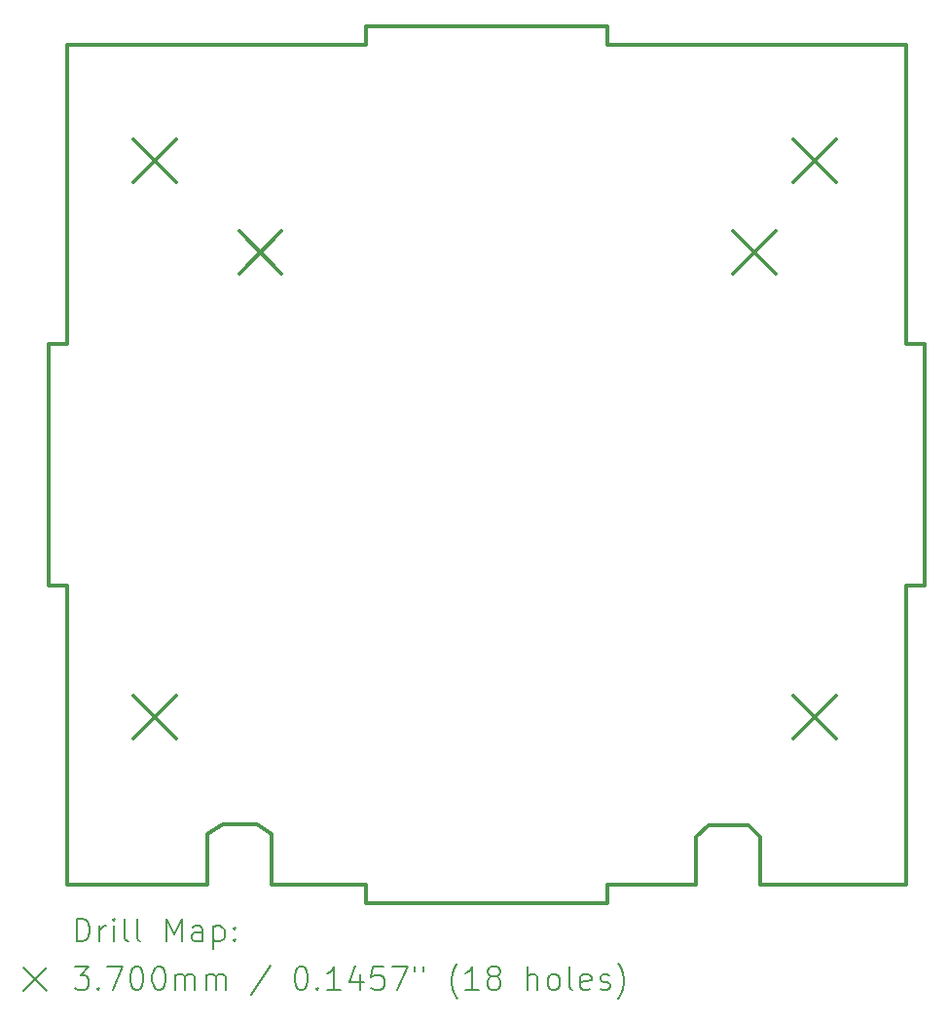
<source format=gbr>
%TF.GenerationSoftware,KiCad,Pcbnew,7.0.5-0*%
%TF.CreationDate,2024-04-21T20:23:45-04:00*%
%TF.ProjectId,swr_meter_divider,7377725f-6d65-4746-9572-5f6469766964,rev?*%
%TF.SameCoordinates,Original*%
%TF.FileFunction,Drillmap*%
%TF.FilePolarity,Positive*%
%FSLAX45Y45*%
G04 Gerber Fmt 4.5, Leading zero omitted, Abs format (unit mm)*
G04 Created by KiCad (PCBNEW 7.0.5-0) date 2024-04-21 20:23:45*
%MOMM*%
%LPD*%
G01*
G04 APERTURE LIST*
%ADD10C,0.349999*%
%ADD11C,0.200000*%
%ADD12C,0.370000*%
G04 APERTURE END LIST*
D10*
X14700000Y-2700000D02*
X17300000Y-2700000D01*
X17300000Y-5300000D01*
X17460000Y-5300000D01*
X17460000Y-7400000D01*
X17300000Y-7400000D01*
X17300000Y-10000000D01*
X16650000Y-10000000D01*
X16027554Y-10000000D01*
X16027554Y-9583363D01*
X15927554Y-9483363D01*
X15577554Y-9483363D01*
X15472554Y-9583363D01*
X15472554Y-10000000D01*
X14700000Y-10000000D01*
X14700000Y-10160000D01*
X12600000Y-10160000D01*
X12600000Y-10000000D01*
X11777554Y-10000000D01*
X11777554Y-9558363D01*
X11652554Y-9468363D01*
X11352554Y-9468363D01*
X11217554Y-9558363D01*
X11217554Y-10000000D01*
X10000000Y-10000000D01*
X10000000Y-7400000D01*
X9840000Y-7400000D01*
X9840000Y-5300000D01*
X10000000Y-5300000D01*
X10000000Y-2700000D01*
X12600000Y-2700000D01*
X12600000Y-2540000D01*
X14700000Y-2540000D01*
X14700000Y-2700000D01*
D11*
D12*
X10575554Y-8354363D02*
X10945554Y-8724363D01*
X10945554Y-8354363D02*
X10575554Y-8724363D01*
X10575554Y-8354363D02*
X10945554Y-8724363D01*
X10945554Y-8354363D02*
X10575554Y-8724363D01*
X10575554Y-8354363D02*
X10945554Y-8724363D01*
X10945554Y-8354363D02*
X10575554Y-8724363D01*
X10576554Y-3520863D02*
X10946554Y-3890863D01*
X10946554Y-3520863D02*
X10576554Y-3890863D01*
X10576554Y-3520863D02*
X10946554Y-3890863D01*
X10946554Y-3520863D02*
X10576554Y-3890863D01*
X10576554Y-3520863D02*
X10946554Y-3890863D01*
X10946554Y-3520863D02*
X10576554Y-3890863D01*
X11494554Y-4319363D02*
X11864554Y-4689363D01*
X11864554Y-4319363D02*
X11494554Y-4689363D01*
X11494554Y-4319363D02*
X11864554Y-4689363D01*
X11864554Y-4319363D02*
X11494554Y-4689363D01*
X11494554Y-4319363D02*
X11864554Y-4689363D01*
X11864554Y-4319363D02*
X11494554Y-4689363D01*
X15794554Y-4319363D02*
X16164554Y-4689363D01*
X16164554Y-4319363D02*
X15794554Y-4689363D01*
X15794554Y-4319363D02*
X16164554Y-4689363D01*
X16164554Y-4319363D02*
X15794554Y-4689363D01*
X15794554Y-4319363D02*
X16164554Y-4689363D01*
X16164554Y-4319363D02*
X15794554Y-4689363D01*
X16314554Y-8354363D02*
X16684554Y-8724363D01*
X16684554Y-8354363D02*
X16314554Y-8724363D01*
X16314554Y-8354363D02*
X16684554Y-8724363D01*
X16684554Y-8354363D02*
X16314554Y-8724363D01*
X16314554Y-8354363D02*
X16684554Y-8724363D01*
X16684554Y-8354363D02*
X16314554Y-8724363D01*
X16315554Y-3520863D02*
X16685554Y-3890863D01*
X16685554Y-3520863D02*
X16315554Y-3890863D01*
X16315554Y-3520863D02*
X16685554Y-3890863D01*
X16685554Y-3520863D02*
X16315554Y-3890863D01*
X16315554Y-3520863D02*
X16685554Y-3890863D01*
X16685554Y-3520863D02*
X16315554Y-3890863D01*
D11*
X10083277Y-10488984D02*
X10083277Y-10288984D01*
X10083277Y-10288984D02*
X10130896Y-10288984D01*
X10130896Y-10288984D02*
X10159468Y-10298507D01*
X10159468Y-10298507D02*
X10178515Y-10317555D01*
X10178515Y-10317555D02*
X10188039Y-10336603D01*
X10188039Y-10336603D02*
X10197563Y-10374698D01*
X10197563Y-10374698D02*
X10197563Y-10403269D01*
X10197563Y-10403269D02*
X10188039Y-10441364D01*
X10188039Y-10441364D02*
X10178515Y-10460412D01*
X10178515Y-10460412D02*
X10159468Y-10479460D01*
X10159468Y-10479460D02*
X10130896Y-10488984D01*
X10130896Y-10488984D02*
X10083277Y-10488984D01*
X10283277Y-10488984D02*
X10283277Y-10355650D01*
X10283277Y-10393745D02*
X10292801Y-10374698D01*
X10292801Y-10374698D02*
X10302325Y-10365174D01*
X10302325Y-10365174D02*
X10321372Y-10355650D01*
X10321372Y-10355650D02*
X10340420Y-10355650D01*
X10407087Y-10488984D02*
X10407087Y-10355650D01*
X10407087Y-10288984D02*
X10397563Y-10298507D01*
X10397563Y-10298507D02*
X10407087Y-10308031D01*
X10407087Y-10308031D02*
X10416610Y-10298507D01*
X10416610Y-10298507D02*
X10407087Y-10288984D01*
X10407087Y-10288984D02*
X10407087Y-10308031D01*
X10530896Y-10488984D02*
X10511849Y-10479460D01*
X10511849Y-10479460D02*
X10502325Y-10460412D01*
X10502325Y-10460412D02*
X10502325Y-10288984D01*
X10635658Y-10488984D02*
X10616610Y-10479460D01*
X10616610Y-10479460D02*
X10607087Y-10460412D01*
X10607087Y-10460412D02*
X10607087Y-10288984D01*
X10864230Y-10488984D02*
X10864230Y-10288984D01*
X10864230Y-10288984D02*
X10930896Y-10431841D01*
X10930896Y-10431841D02*
X10997563Y-10288984D01*
X10997563Y-10288984D02*
X10997563Y-10488984D01*
X11178515Y-10488984D02*
X11178515Y-10384222D01*
X11178515Y-10384222D02*
X11168991Y-10365174D01*
X11168991Y-10365174D02*
X11149944Y-10355650D01*
X11149944Y-10355650D02*
X11111849Y-10355650D01*
X11111849Y-10355650D02*
X11092801Y-10365174D01*
X11178515Y-10479460D02*
X11159468Y-10488984D01*
X11159468Y-10488984D02*
X11111849Y-10488984D01*
X11111849Y-10488984D02*
X11092801Y-10479460D01*
X11092801Y-10479460D02*
X11083277Y-10460412D01*
X11083277Y-10460412D02*
X11083277Y-10441364D01*
X11083277Y-10441364D02*
X11092801Y-10422317D01*
X11092801Y-10422317D02*
X11111849Y-10412793D01*
X11111849Y-10412793D02*
X11159468Y-10412793D01*
X11159468Y-10412793D02*
X11178515Y-10403269D01*
X11273753Y-10355650D02*
X11273753Y-10555650D01*
X11273753Y-10365174D02*
X11292801Y-10355650D01*
X11292801Y-10355650D02*
X11330896Y-10355650D01*
X11330896Y-10355650D02*
X11349944Y-10365174D01*
X11349944Y-10365174D02*
X11359468Y-10374698D01*
X11359468Y-10374698D02*
X11368991Y-10393745D01*
X11368991Y-10393745D02*
X11368991Y-10450888D01*
X11368991Y-10450888D02*
X11359468Y-10469936D01*
X11359468Y-10469936D02*
X11349944Y-10479460D01*
X11349944Y-10479460D02*
X11330896Y-10488984D01*
X11330896Y-10488984D02*
X11292801Y-10488984D01*
X11292801Y-10488984D02*
X11273753Y-10479460D01*
X11454706Y-10469936D02*
X11464229Y-10479460D01*
X11464229Y-10479460D02*
X11454706Y-10488984D01*
X11454706Y-10488984D02*
X11445182Y-10479460D01*
X11445182Y-10479460D02*
X11454706Y-10469936D01*
X11454706Y-10469936D02*
X11454706Y-10488984D01*
X11454706Y-10365174D02*
X11464229Y-10374698D01*
X11464229Y-10374698D02*
X11454706Y-10384222D01*
X11454706Y-10384222D02*
X11445182Y-10374698D01*
X11445182Y-10374698D02*
X11454706Y-10365174D01*
X11454706Y-10365174D02*
X11454706Y-10384222D01*
X9622500Y-10717500D02*
X9822500Y-10917500D01*
X9822500Y-10717500D02*
X9622500Y-10917500D01*
X10064230Y-10708984D02*
X10188039Y-10708984D01*
X10188039Y-10708984D02*
X10121372Y-10785174D01*
X10121372Y-10785174D02*
X10149944Y-10785174D01*
X10149944Y-10785174D02*
X10168991Y-10794698D01*
X10168991Y-10794698D02*
X10178515Y-10804222D01*
X10178515Y-10804222D02*
X10188039Y-10823269D01*
X10188039Y-10823269D02*
X10188039Y-10870888D01*
X10188039Y-10870888D02*
X10178515Y-10889936D01*
X10178515Y-10889936D02*
X10168991Y-10899460D01*
X10168991Y-10899460D02*
X10149944Y-10908984D01*
X10149944Y-10908984D02*
X10092801Y-10908984D01*
X10092801Y-10908984D02*
X10073753Y-10899460D01*
X10073753Y-10899460D02*
X10064230Y-10889936D01*
X10273753Y-10889936D02*
X10283277Y-10899460D01*
X10283277Y-10899460D02*
X10273753Y-10908984D01*
X10273753Y-10908984D02*
X10264230Y-10899460D01*
X10264230Y-10899460D02*
X10273753Y-10889936D01*
X10273753Y-10889936D02*
X10273753Y-10908984D01*
X10349944Y-10708984D02*
X10483277Y-10708984D01*
X10483277Y-10708984D02*
X10397563Y-10908984D01*
X10597563Y-10708984D02*
X10616611Y-10708984D01*
X10616611Y-10708984D02*
X10635658Y-10718507D01*
X10635658Y-10718507D02*
X10645182Y-10728031D01*
X10645182Y-10728031D02*
X10654706Y-10747079D01*
X10654706Y-10747079D02*
X10664230Y-10785174D01*
X10664230Y-10785174D02*
X10664230Y-10832793D01*
X10664230Y-10832793D02*
X10654706Y-10870888D01*
X10654706Y-10870888D02*
X10645182Y-10889936D01*
X10645182Y-10889936D02*
X10635658Y-10899460D01*
X10635658Y-10899460D02*
X10616611Y-10908984D01*
X10616611Y-10908984D02*
X10597563Y-10908984D01*
X10597563Y-10908984D02*
X10578515Y-10899460D01*
X10578515Y-10899460D02*
X10568991Y-10889936D01*
X10568991Y-10889936D02*
X10559468Y-10870888D01*
X10559468Y-10870888D02*
X10549944Y-10832793D01*
X10549944Y-10832793D02*
X10549944Y-10785174D01*
X10549944Y-10785174D02*
X10559468Y-10747079D01*
X10559468Y-10747079D02*
X10568991Y-10728031D01*
X10568991Y-10728031D02*
X10578515Y-10718507D01*
X10578515Y-10718507D02*
X10597563Y-10708984D01*
X10788039Y-10708984D02*
X10807087Y-10708984D01*
X10807087Y-10708984D02*
X10826134Y-10718507D01*
X10826134Y-10718507D02*
X10835658Y-10728031D01*
X10835658Y-10728031D02*
X10845182Y-10747079D01*
X10845182Y-10747079D02*
X10854706Y-10785174D01*
X10854706Y-10785174D02*
X10854706Y-10832793D01*
X10854706Y-10832793D02*
X10845182Y-10870888D01*
X10845182Y-10870888D02*
X10835658Y-10889936D01*
X10835658Y-10889936D02*
X10826134Y-10899460D01*
X10826134Y-10899460D02*
X10807087Y-10908984D01*
X10807087Y-10908984D02*
X10788039Y-10908984D01*
X10788039Y-10908984D02*
X10768991Y-10899460D01*
X10768991Y-10899460D02*
X10759468Y-10889936D01*
X10759468Y-10889936D02*
X10749944Y-10870888D01*
X10749944Y-10870888D02*
X10740420Y-10832793D01*
X10740420Y-10832793D02*
X10740420Y-10785174D01*
X10740420Y-10785174D02*
X10749944Y-10747079D01*
X10749944Y-10747079D02*
X10759468Y-10728031D01*
X10759468Y-10728031D02*
X10768991Y-10718507D01*
X10768991Y-10718507D02*
X10788039Y-10708984D01*
X10940420Y-10908984D02*
X10940420Y-10775650D01*
X10940420Y-10794698D02*
X10949944Y-10785174D01*
X10949944Y-10785174D02*
X10968991Y-10775650D01*
X10968991Y-10775650D02*
X10997563Y-10775650D01*
X10997563Y-10775650D02*
X11016611Y-10785174D01*
X11016611Y-10785174D02*
X11026134Y-10804222D01*
X11026134Y-10804222D02*
X11026134Y-10908984D01*
X11026134Y-10804222D02*
X11035658Y-10785174D01*
X11035658Y-10785174D02*
X11054706Y-10775650D01*
X11054706Y-10775650D02*
X11083277Y-10775650D01*
X11083277Y-10775650D02*
X11102325Y-10785174D01*
X11102325Y-10785174D02*
X11111849Y-10804222D01*
X11111849Y-10804222D02*
X11111849Y-10908984D01*
X11207087Y-10908984D02*
X11207087Y-10775650D01*
X11207087Y-10794698D02*
X11216610Y-10785174D01*
X11216610Y-10785174D02*
X11235658Y-10775650D01*
X11235658Y-10775650D02*
X11264230Y-10775650D01*
X11264230Y-10775650D02*
X11283277Y-10785174D01*
X11283277Y-10785174D02*
X11292801Y-10804222D01*
X11292801Y-10804222D02*
X11292801Y-10908984D01*
X11292801Y-10804222D02*
X11302325Y-10785174D01*
X11302325Y-10785174D02*
X11321372Y-10775650D01*
X11321372Y-10775650D02*
X11349944Y-10775650D01*
X11349944Y-10775650D02*
X11368991Y-10785174D01*
X11368991Y-10785174D02*
X11378515Y-10804222D01*
X11378515Y-10804222D02*
X11378515Y-10908984D01*
X11768991Y-10699460D02*
X11597563Y-10956603D01*
X12026134Y-10708984D02*
X12045182Y-10708984D01*
X12045182Y-10708984D02*
X12064230Y-10718507D01*
X12064230Y-10718507D02*
X12073753Y-10728031D01*
X12073753Y-10728031D02*
X12083277Y-10747079D01*
X12083277Y-10747079D02*
X12092801Y-10785174D01*
X12092801Y-10785174D02*
X12092801Y-10832793D01*
X12092801Y-10832793D02*
X12083277Y-10870888D01*
X12083277Y-10870888D02*
X12073753Y-10889936D01*
X12073753Y-10889936D02*
X12064230Y-10899460D01*
X12064230Y-10899460D02*
X12045182Y-10908984D01*
X12045182Y-10908984D02*
X12026134Y-10908984D01*
X12026134Y-10908984D02*
X12007087Y-10899460D01*
X12007087Y-10899460D02*
X11997563Y-10889936D01*
X11997563Y-10889936D02*
X11988039Y-10870888D01*
X11988039Y-10870888D02*
X11978515Y-10832793D01*
X11978515Y-10832793D02*
X11978515Y-10785174D01*
X11978515Y-10785174D02*
X11988039Y-10747079D01*
X11988039Y-10747079D02*
X11997563Y-10728031D01*
X11997563Y-10728031D02*
X12007087Y-10718507D01*
X12007087Y-10718507D02*
X12026134Y-10708984D01*
X12178515Y-10889936D02*
X12188039Y-10899460D01*
X12188039Y-10899460D02*
X12178515Y-10908984D01*
X12178515Y-10908984D02*
X12168992Y-10899460D01*
X12168992Y-10899460D02*
X12178515Y-10889936D01*
X12178515Y-10889936D02*
X12178515Y-10908984D01*
X12378515Y-10908984D02*
X12264230Y-10908984D01*
X12321372Y-10908984D02*
X12321372Y-10708984D01*
X12321372Y-10708984D02*
X12302325Y-10737555D01*
X12302325Y-10737555D02*
X12283277Y-10756603D01*
X12283277Y-10756603D02*
X12264230Y-10766126D01*
X12549944Y-10775650D02*
X12549944Y-10908984D01*
X12502325Y-10699460D02*
X12454706Y-10842317D01*
X12454706Y-10842317D02*
X12578515Y-10842317D01*
X12749944Y-10708984D02*
X12654706Y-10708984D01*
X12654706Y-10708984D02*
X12645182Y-10804222D01*
X12645182Y-10804222D02*
X12654706Y-10794698D01*
X12654706Y-10794698D02*
X12673753Y-10785174D01*
X12673753Y-10785174D02*
X12721373Y-10785174D01*
X12721373Y-10785174D02*
X12740420Y-10794698D01*
X12740420Y-10794698D02*
X12749944Y-10804222D01*
X12749944Y-10804222D02*
X12759468Y-10823269D01*
X12759468Y-10823269D02*
X12759468Y-10870888D01*
X12759468Y-10870888D02*
X12749944Y-10889936D01*
X12749944Y-10889936D02*
X12740420Y-10899460D01*
X12740420Y-10899460D02*
X12721373Y-10908984D01*
X12721373Y-10908984D02*
X12673753Y-10908984D01*
X12673753Y-10908984D02*
X12654706Y-10899460D01*
X12654706Y-10899460D02*
X12645182Y-10889936D01*
X12826134Y-10708984D02*
X12959468Y-10708984D01*
X12959468Y-10708984D02*
X12873753Y-10908984D01*
X13026134Y-10708984D02*
X13026134Y-10747079D01*
X13102325Y-10708984D02*
X13102325Y-10747079D01*
X13397563Y-10985174D02*
X13388039Y-10975650D01*
X13388039Y-10975650D02*
X13368992Y-10947079D01*
X13368992Y-10947079D02*
X13359468Y-10928031D01*
X13359468Y-10928031D02*
X13349944Y-10899460D01*
X13349944Y-10899460D02*
X13340420Y-10851841D01*
X13340420Y-10851841D02*
X13340420Y-10813745D01*
X13340420Y-10813745D02*
X13349944Y-10766126D01*
X13349944Y-10766126D02*
X13359468Y-10737555D01*
X13359468Y-10737555D02*
X13368992Y-10718507D01*
X13368992Y-10718507D02*
X13388039Y-10689936D01*
X13388039Y-10689936D02*
X13397563Y-10680412D01*
X13578515Y-10908984D02*
X13464230Y-10908984D01*
X13521373Y-10908984D02*
X13521373Y-10708984D01*
X13521373Y-10708984D02*
X13502325Y-10737555D01*
X13502325Y-10737555D02*
X13483277Y-10756603D01*
X13483277Y-10756603D02*
X13464230Y-10766126D01*
X13692801Y-10794698D02*
X13673754Y-10785174D01*
X13673754Y-10785174D02*
X13664230Y-10775650D01*
X13664230Y-10775650D02*
X13654706Y-10756603D01*
X13654706Y-10756603D02*
X13654706Y-10747079D01*
X13654706Y-10747079D02*
X13664230Y-10728031D01*
X13664230Y-10728031D02*
X13673754Y-10718507D01*
X13673754Y-10718507D02*
X13692801Y-10708984D01*
X13692801Y-10708984D02*
X13730896Y-10708984D01*
X13730896Y-10708984D02*
X13749944Y-10718507D01*
X13749944Y-10718507D02*
X13759468Y-10728031D01*
X13759468Y-10728031D02*
X13768992Y-10747079D01*
X13768992Y-10747079D02*
X13768992Y-10756603D01*
X13768992Y-10756603D02*
X13759468Y-10775650D01*
X13759468Y-10775650D02*
X13749944Y-10785174D01*
X13749944Y-10785174D02*
X13730896Y-10794698D01*
X13730896Y-10794698D02*
X13692801Y-10794698D01*
X13692801Y-10794698D02*
X13673754Y-10804222D01*
X13673754Y-10804222D02*
X13664230Y-10813745D01*
X13664230Y-10813745D02*
X13654706Y-10832793D01*
X13654706Y-10832793D02*
X13654706Y-10870888D01*
X13654706Y-10870888D02*
X13664230Y-10889936D01*
X13664230Y-10889936D02*
X13673754Y-10899460D01*
X13673754Y-10899460D02*
X13692801Y-10908984D01*
X13692801Y-10908984D02*
X13730896Y-10908984D01*
X13730896Y-10908984D02*
X13749944Y-10899460D01*
X13749944Y-10899460D02*
X13759468Y-10889936D01*
X13759468Y-10889936D02*
X13768992Y-10870888D01*
X13768992Y-10870888D02*
X13768992Y-10832793D01*
X13768992Y-10832793D02*
X13759468Y-10813745D01*
X13759468Y-10813745D02*
X13749944Y-10804222D01*
X13749944Y-10804222D02*
X13730896Y-10794698D01*
X14007087Y-10908984D02*
X14007087Y-10708984D01*
X14092801Y-10908984D02*
X14092801Y-10804222D01*
X14092801Y-10804222D02*
X14083277Y-10785174D01*
X14083277Y-10785174D02*
X14064230Y-10775650D01*
X14064230Y-10775650D02*
X14035658Y-10775650D01*
X14035658Y-10775650D02*
X14016611Y-10785174D01*
X14016611Y-10785174D02*
X14007087Y-10794698D01*
X14216611Y-10908984D02*
X14197563Y-10899460D01*
X14197563Y-10899460D02*
X14188039Y-10889936D01*
X14188039Y-10889936D02*
X14178516Y-10870888D01*
X14178516Y-10870888D02*
X14178516Y-10813745D01*
X14178516Y-10813745D02*
X14188039Y-10794698D01*
X14188039Y-10794698D02*
X14197563Y-10785174D01*
X14197563Y-10785174D02*
X14216611Y-10775650D01*
X14216611Y-10775650D02*
X14245182Y-10775650D01*
X14245182Y-10775650D02*
X14264230Y-10785174D01*
X14264230Y-10785174D02*
X14273754Y-10794698D01*
X14273754Y-10794698D02*
X14283277Y-10813745D01*
X14283277Y-10813745D02*
X14283277Y-10870888D01*
X14283277Y-10870888D02*
X14273754Y-10889936D01*
X14273754Y-10889936D02*
X14264230Y-10899460D01*
X14264230Y-10899460D02*
X14245182Y-10908984D01*
X14245182Y-10908984D02*
X14216611Y-10908984D01*
X14397563Y-10908984D02*
X14378516Y-10899460D01*
X14378516Y-10899460D02*
X14368992Y-10880412D01*
X14368992Y-10880412D02*
X14368992Y-10708984D01*
X14549944Y-10899460D02*
X14530897Y-10908984D01*
X14530897Y-10908984D02*
X14492801Y-10908984D01*
X14492801Y-10908984D02*
X14473754Y-10899460D01*
X14473754Y-10899460D02*
X14464230Y-10880412D01*
X14464230Y-10880412D02*
X14464230Y-10804222D01*
X14464230Y-10804222D02*
X14473754Y-10785174D01*
X14473754Y-10785174D02*
X14492801Y-10775650D01*
X14492801Y-10775650D02*
X14530897Y-10775650D01*
X14530897Y-10775650D02*
X14549944Y-10785174D01*
X14549944Y-10785174D02*
X14559468Y-10804222D01*
X14559468Y-10804222D02*
X14559468Y-10823269D01*
X14559468Y-10823269D02*
X14464230Y-10842317D01*
X14635658Y-10899460D02*
X14654706Y-10908984D01*
X14654706Y-10908984D02*
X14692801Y-10908984D01*
X14692801Y-10908984D02*
X14711849Y-10899460D01*
X14711849Y-10899460D02*
X14721373Y-10880412D01*
X14721373Y-10880412D02*
X14721373Y-10870888D01*
X14721373Y-10870888D02*
X14711849Y-10851841D01*
X14711849Y-10851841D02*
X14692801Y-10842317D01*
X14692801Y-10842317D02*
X14664230Y-10842317D01*
X14664230Y-10842317D02*
X14645182Y-10832793D01*
X14645182Y-10832793D02*
X14635658Y-10813745D01*
X14635658Y-10813745D02*
X14635658Y-10804222D01*
X14635658Y-10804222D02*
X14645182Y-10785174D01*
X14645182Y-10785174D02*
X14664230Y-10775650D01*
X14664230Y-10775650D02*
X14692801Y-10775650D01*
X14692801Y-10775650D02*
X14711849Y-10785174D01*
X14788039Y-10985174D02*
X14797563Y-10975650D01*
X14797563Y-10975650D02*
X14816611Y-10947079D01*
X14816611Y-10947079D02*
X14826135Y-10928031D01*
X14826135Y-10928031D02*
X14835658Y-10899460D01*
X14835658Y-10899460D02*
X14845182Y-10851841D01*
X14845182Y-10851841D02*
X14845182Y-10813745D01*
X14845182Y-10813745D02*
X14835658Y-10766126D01*
X14835658Y-10766126D02*
X14826135Y-10737555D01*
X14826135Y-10737555D02*
X14816611Y-10718507D01*
X14816611Y-10718507D02*
X14797563Y-10689936D01*
X14797563Y-10689936D02*
X14788039Y-10680412D01*
M02*

</source>
